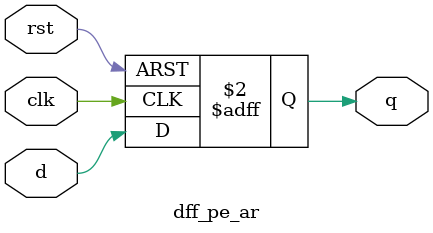
<source format=v>
/***********************************************************
File Name:	dff_pe_ar.v
Author: 	Kevan Thompson
Date:		March 22, 2024
Description: A d flip flop with positive edge clock and 
            asynchronous reset

***********************************************************/
module dff_pe_ar(
    input clk,
    input rst,
    input d,
    output reg q
);

always@(posedge clk or posedge rst) 
    if(rst) 
        q <= 1'b0;
    else
        q <= d;

endmodule
</source>
